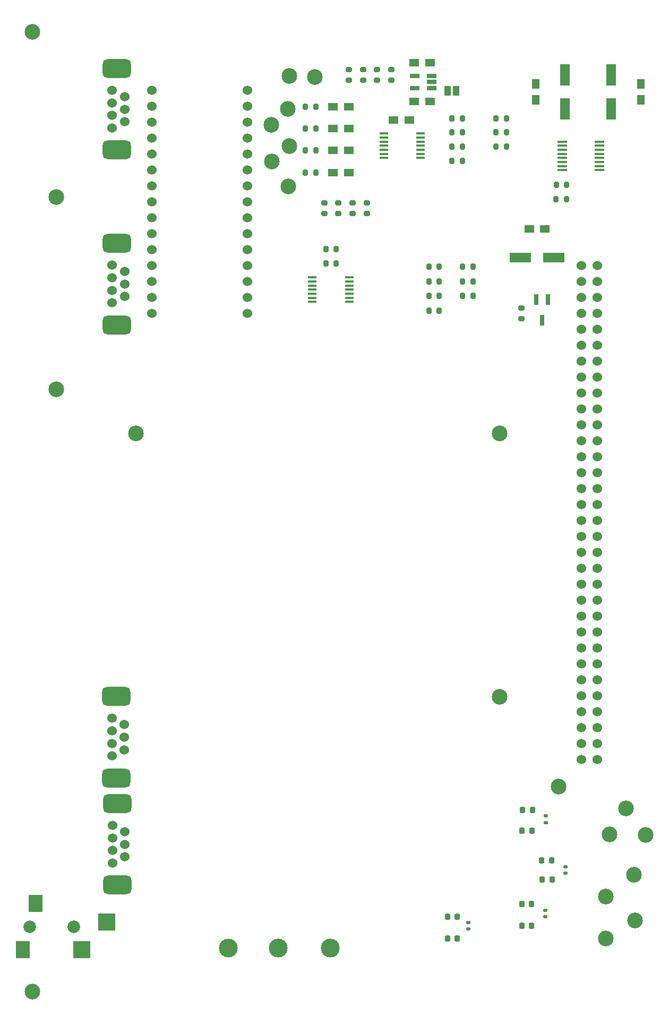
<source format=gbr>
%TF.GenerationSoftware,KiCad,Pcbnew,(6.0.6)*%
%TF.CreationDate,2023-01-12T23:41:02-06:00*%
%TF.ProjectId,bkm-129x-simple,626b6d2d-3132-4397-982d-73696d706c65,rev?*%
%TF.SameCoordinates,Original*%
%TF.FileFunction,Soldermask,Top*%
%TF.FilePolarity,Negative*%
%FSLAX46Y46*%
G04 Gerber Fmt 4.6, Leading zero omitted, Abs format (unit mm)*
G04 Created by KiCad (PCBNEW (6.0.6)) date 2023-01-12 23:41:02*
%MOMM*%
%LPD*%
G01*
G04 APERTURE LIST*
G04 Aperture macros list*
%AMRoundRect*
0 Rectangle with rounded corners*
0 $1 Rounding radius*
0 $2 $3 $4 $5 $6 $7 $8 $9 X,Y pos of 4 corners*
0 Add a 4 corners polygon primitive as box body*
4,1,4,$2,$3,$4,$5,$6,$7,$8,$9,$2,$3,0*
0 Add four circle primitives for the rounded corners*
1,1,$1+$1,$2,$3*
1,1,$1+$1,$4,$5*
1,1,$1+$1,$6,$7*
1,1,$1+$1,$8,$9*
0 Add four rect primitives between the rounded corners*
20,1,$1+$1,$2,$3,$4,$5,0*
20,1,$1+$1,$4,$5,$6,$7,0*
20,1,$1+$1,$6,$7,$8,$9,0*
20,1,$1+$1,$8,$9,$2,$3,0*%
G04 Aperture macros list end*
%ADD10R,1.000000X1.500000*%
%ADD11R,1.500000X1.250000*%
%ADD12R,1.250000X1.500000*%
%ADD13R,1.600000X3.500000*%
%ADD14RoundRect,0.200000X0.200000X0.275000X-0.200000X0.275000X-0.200000X-0.275000X0.200000X-0.275000X0*%
%ADD15RoundRect,0.200000X-0.275000X0.200000X-0.275000X-0.200000X0.275000X-0.200000X0.275000X0.200000X0*%
%ADD16RoundRect,0.200000X-0.200000X-0.275000X0.200000X-0.275000X0.200000X0.275000X-0.200000X0.275000X0*%
%ADD17R,1.500000X0.450000*%
%ADD18C,1.524000*%
%ADD19R,1.450000X0.450000*%
%ADD20R,1.560000X0.650000*%
%ADD21R,3.500000X1.600000*%
%ADD22RoundRect,0.135000X0.185000X-0.135000X0.185000X0.135000X-0.185000X0.135000X-0.185000X-0.135000X0*%
%ADD23C,2.500000*%
%ADD24RoundRect,0.750000X-1.500000X0.750000X-1.500000X-0.750000X1.500000X-0.750000X1.500000X0.750000X0*%
%ADD25RoundRect,0.218750X0.218750X0.256250X-0.218750X0.256250X-0.218750X-0.256250X0.218750X-0.256250X0*%
%ADD26C,3.000000*%
%ADD27C,2.000000*%
%ADD28R,2.200000X2.800000*%
%ADD29R,2.800000X2.800000*%
%ADD30R,0.800000X1.800000*%
G04 APERTURE END LIST*
D10*
%TO.C,J1*%
X136250000Y-39400000D03*
X137550000Y-39400000D03*
%TD*%
D11*
%TO.C,C1*%
X120465100Y-41910600D03*
X117965100Y-41910600D03*
%TD*%
%TO.C,C2*%
X120465100Y-45403100D03*
X117965100Y-45403100D03*
%TD*%
%TO.C,C3*%
X120465100Y-48895600D03*
X117965100Y-48895600D03*
%TD*%
%TO.C,C4*%
X120465100Y-52388100D03*
X117965100Y-52388100D03*
%TD*%
%TO.C,C5*%
X130130000Y-44030000D03*
X127630000Y-44030000D03*
%TD*%
D12*
%TO.C,C6*%
X150321000Y-40792000D03*
X150321000Y-38292000D03*
%TD*%
D13*
%TO.C,C7*%
X154956500Y-42242000D03*
X154956500Y-36842000D03*
%TD*%
%TO.C,C8*%
X162322500Y-36842000D03*
X162322500Y-42242000D03*
%TD*%
D12*
%TO.C,C9*%
X167021500Y-40792000D03*
X167021500Y-38292000D03*
%TD*%
D14*
%TO.C,R1*%
X155195000Y-56680000D03*
X153545000Y-56680000D03*
%TD*%
D15*
%TO.C,R2*%
X120472400Y-36005600D03*
X120472400Y-37655600D03*
%TD*%
%TO.C,R3*%
X122733000Y-36005600D03*
X122733000Y-37655600D03*
%TD*%
%TO.C,R4*%
X124993600Y-36005600D03*
X124993600Y-37655600D03*
%TD*%
%TO.C,R5*%
X127254200Y-36005600D03*
X127254200Y-37655600D03*
%TD*%
D14*
%TO.C,R6*%
X138594800Y-43739400D03*
X136944800Y-43739400D03*
%TD*%
%TO.C,R7*%
X138595000Y-46000000D03*
X136945000Y-46000000D03*
%TD*%
%TO.C,R8*%
X138594800Y-48260600D03*
X136944800Y-48260600D03*
%TD*%
%TO.C,R9*%
X138594800Y-50521200D03*
X136944800Y-50521200D03*
%TD*%
%TO.C,R10*%
X115214100Y-52388100D03*
X113564100Y-52388100D03*
%TD*%
%TO.C,R11*%
X115214100Y-48895600D03*
X113564100Y-48895600D03*
%TD*%
%TO.C,R12*%
X115214100Y-45403100D03*
X113564100Y-45403100D03*
%TD*%
%TO.C,R13*%
X115214100Y-41910600D03*
X113564100Y-41910600D03*
%TD*%
D15*
%TO.C,R14*%
X116560800Y-57265400D03*
X116560800Y-58915400D03*
%TD*%
%TO.C,R15*%
X118821400Y-57265400D03*
X118821400Y-58915400D03*
%TD*%
%TO.C,R16*%
X121082000Y-57265400D03*
X121082000Y-58915400D03*
%TD*%
%TO.C,R17*%
X123342600Y-57265400D03*
X123342600Y-58915400D03*
%TD*%
D16*
%TO.C,R18*%
X153565000Y-54350000D03*
X155215000Y-54350000D03*
%TD*%
%TO.C,R20*%
X138626000Y-67397000D03*
X140276000Y-67397000D03*
%TD*%
%TO.C,R21*%
X133241200Y-67397000D03*
X134891200Y-67397000D03*
%TD*%
D15*
%TO.C,R22*%
X148000000Y-74025000D03*
X148000000Y-75675000D03*
%TD*%
D16*
%TO.C,R23*%
X116832800Y-66889000D03*
X118482800Y-66889000D03*
%TD*%
%TO.C,R24*%
X133266600Y-74458200D03*
X134916600Y-74458200D03*
%TD*%
%TO.C,R25*%
X138626000Y-72096000D03*
X140276000Y-72096000D03*
%TD*%
%TO.C,R26*%
X133241200Y-72096000D03*
X134891200Y-72096000D03*
%TD*%
%TO.C,R27*%
X138626000Y-69759200D03*
X140276000Y-69759200D03*
%TD*%
%TO.C,R28*%
X133241200Y-69759200D03*
X134891200Y-69759200D03*
%TD*%
D17*
%TO.C,U1*%
X160420000Y-52015000D03*
X160420000Y-51365000D03*
X160420000Y-50715000D03*
X160420000Y-50065000D03*
X160420000Y-49415000D03*
X160420000Y-48765000D03*
X160420000Y-48115000D03*
X160420000Y-47465000D03*
X154520000Y-47465000D03*
X154520000Y-48115000D03*
X154520000Y-48765000D03*
X154520000Y-49415000D03*
X154520000Y-50065000D03*
X154520000Y-50715000D03*
X154520000Y-51365000D03*
X154520000Y-52015000D03*
%TD*%
D18*
%TO.C,U3*%
X104320000Y-74895000D03*
X104320000Y-72355000D03*
X104320000Y-69815000D03*
X104320000Y-67275000D03*
X104320000Y-64735000D03*
X104320000Y-62195000D03*
X104320000Y-59655000D03*
X104320000Y-57115000D03*
X104320000Y-54575000D03*
X104320000Y-52035000D03*
X104320000Y-49495000D03*
X104320000Y-46955000D03*
X104320000Y-44415000D03*
X104320000Y-41875000D03*
X104320000Y-39335000D03*
X89080000Y-39335000D03*
X89080000Y-41875000D03*
X89080000Y-44415000D03*
X89080000Y-46955000D03*
X89080000Y-49495000D03*
X89080000Y-52035000D03*
X89080000Y-54575000D03*
X89080000Y-57115000D03*
X89080000Y-59655000D03*
X89080000Y-62195000D03*
X89080000Y-64735000D03*
X89080000Y-67275000D03*
X89080000Y-69815000D03*
X89080000Y-72355000D03*
X89080000Y-74895000D03*
%TD*%
D19*
%TO.C,U2*%
X126044100Y-46183600D03*
X126044100Y-46833600D03*
X126044100Y-47483600D03*
X126044100Y-48133600D03*
X126044100Y-48783600D03*
X126044100Y-49433600D03*
X126044100Y-50083600D03*
X131944100Y-50083600D03*
X131944100Y-49433600D03*
X131944100Y-48783600D03*
X131944100Y-48133600D03*
X131944100Y-47483600D03*
X131944100Y-46833600D03*
X131944100Y-46183600D03*
%TD*%
%TO.C,U4*%
X114682400Y-69130000D03*
X114682400Y-69780000D03*
X114682400Y-70430000D03*
X114682400Y-71080000D03*
X114682400Y-71730000D03*
X114682400Y-72380000D03*
X114682400Y-73030000D03*
X120582400Y-73030000D03*
X120582400Y-72380000D03*
X120582400Y-71730000D03*
X120582400Y-71080000D03*
X120582400Y-70430000D03*
X120582400Y-69780000D03*
X120582400Y-69130000D03*
%TD*%
D11*
%TO.C,C10*%
X130931800Y-41097800D03*
X133431800Y-41097800D03*
%TD*%
%TO.C,C11*%
X133431800Y-34849400D03*
X130931800Y-34849400D03*
%TD*%
D20*
%TO.C,U5*%
X133658800Y-38923600D03*
X133658800Y-37973600D03*
X133658800Y-37023600D03*
X130958800Y-37023600D03*
X130958800Y-38923600D03*
%TD*%
D11*
%TO.C,C12*%
X149250000Y-61351800D03*
X151750000Y-61351800D03*
%TD*%
D21*
%TO.C,C13*%
X147800000Y-66000000D03*
X153200000Y-66000000D03*
%TD*%
D16*
%TO.C,R19*%
X116832800Y-64603000D03*
X118482800Y-64603000D03*
%TD*%
%TO.C,R29*%
X143947600Y-43741600D03*
X145597600Y-43741600D03*
%TD*%
%TO.C,R30*%
X143967600Y-46001600D03*
X145617600Y-46001600D03*
%TD*%
%TO.C,R31*%
X143957600Y-48261600D03*
X145607600Y-48261600D03*
%TD*%
D22*
%TO.C,R50*%
X151851250Y-171010000D03*
X151851250Y-169990000D03*
%TD*%
D18*
%TO.C,J5*%
X160135000Y-67200000D03*
X157595000Y-67200000D03*
X160135000Y-69740000D03*
X157595000Y-69740000D03*
X160135000Y-72280000D03*
X157595000Y-72280000D03*
X160135000Y-74820000D03*
X157595000Y-74820000D03*
X160135000Y-77360000D03*
X157595000Y-77360000D03*
X160135000Y-79900000D03*
X157595000Y-79900000D03*
X160135000Y-82440000D03*
X157595000Y-82440000D03*
X160135000Y-84980000D03*
X157595000Y-84980000D03*
X160135000Y-87520000D03*
X157595000Y-87520000D03*
X160135000Y-90060000D03*
X157595000Y-90060000D03*
X160135000Y-92600000D03*
X157595000Y-92600000D03*
X160135000Y-95140000D03*
X157595000Y-95140000D03*
X160135000Y-97680000D03*
X157595000Y-97680000D03*
X160135000Y-100220000D03*
X157595000Y-100220000D03*
X160135000Y-102760000D03*
X157595000Y-102760000D03*
X160135000Y-105300000D03*
X157595000Y-105300000D03*
X160135000Y-107840000D03*
X157595000Y-107840000D03*
X160135000Y-110380000D03*
X157595000Y-110380000D03*
X160135000Y-112920000D03*
X157595000Y-112920000D03*
X160135000Y-115460000D03*
X157595000Y-115460000D03*
X160135000Y-118000000D03*
X157595000Y-118000000D03*
X160135000Y-120540000D03*
X157595000Y-120540000D03*
X160135000Y-123080000D03*
X157595000Y-123080000D03*
X160135000Y-125620000D03*
X157595000Y-125620000D03*
X160135000Y-128160000D03*
X157595000Y-128160000D03*
X160135000Y-130700000D03*
X157595000Y-130700000D03*
X160135000Y-133240000D03*
X157595000Y-133240000D03*
X160135000Y-135780000D03*
X157595000Y-135780000D03*
X160135000Y-138320000D03*
X157595000Y-138320000D03*
X160135000Y-140860000D03*
X157595000Y-140860000D03*
X160135000Y-143400000D03*
X157595000Y-143400000D03*
X160135000Y-145940000D03*
X157595000Y-145940000D03*
%TD*%
D23*
%TO.C,TP16*%
X162020000Y-157930000D03*
%TD*%
D18*
%TO.C,CN2*%
X84687500Y-140410000D03*
X84787500Y-157490000D03*
X84687500Y-142410000D03*
X84787500Y-159490000D03*
X84687500Y-144410000D03*
X84787500Y-161490000D03*
X82687500Y-139410000D03*
X82787500Y-156490000D03*
X82687500Y-141410000D03*
X82787500Y-158490000D03*
X82687500Y-143410000D03*
X82787500Y-160490000D03*
X82687500Y-145410000D03*
X82787500Y-162490000D03*
D24*
X83537500Y-152990000D03*
X83437500Y-148910000D03*
X83437500Y-135910000D03*
X83537500Y-165990000D03*
%TD*%
D23*
%TO.C,TP5*%
X161460000Y-167830000D03*
%TD*%
%TO.C,REF\u002A\u002A*%
X70000000Y-183000000D03*
%TD*%
D25*
%TO.C,D2*%
X149697500Y-157290000D03*
X148122500Y-157290000D03*
%TD*%
D23*
%TO.C,REF\u002A\u002A*%
X144500000Y-136000000D03*
%TD*%
D26*
%TO.C,TP1*%
X117500000Y-176000000D03*
%TD*%
D23*
%TO.C,TP11*%
X108090000Y-44810000D03*
%TD*%
D22*
%TO.C,R51*%
X139500000Y-173010000D03*
X139500000Y-171990000D03*
%TD*%
%TO.C,R48*%
X151910000Y-156010000D03*
X151910000Y-154990000D03*
%TD*%
D23*
%TO.C,TP12*%
X115090000Y-37170000D03*
%TD*%
%TO.C,TP14*%
X111020000Y-48200000D03*
%TD*%
%TO.C,TP13*%
X110780000Y-42240000D03*
%TD*%
D26*
%TO.C,TP2*%
X101250000Y-176000000D03*
%TD*%
D23*
%TO.C,REF\u002A\u002A*%
X73800000Y-87000000D03*
%TD*%
%TO.C,TP15*%
X110850000Y-54630000D03*
%TD*%
%TO.C,TP17*%
X167780000Y-158030000D03*
%TD*%
%TO.C,*%
X153900000Y-150300000D03*
%TD*%
%TO.C,TP8*%
X164650000Y-153760000D03*
%TD*%
D25*
%TO.C,D7*%
X137787500Y-171000000D03*
X136212500Y-171000000D03*
%TD*%
D23*
%TO.C,REF\u002A\u002A*%
X144500000Y-94000000D03*
%TD*%
D25*
%TO.C,D8*%
X137787500Y-174500000D03*
X136212500Y-174500000D03*
%TD*%
D26*
%TO.C,TP3*%
X109250000Y-176000000D03*
%TD*%
D23*
%TO.C,REF\u002A\u002A*%
X86500000Y-94000000D03*
%TD*%
%TO.C,TP10*%
X110960000Y-37000000D03*
%TD*%
D25*
%TO.C,D3*%
X152787500Y-162095000D03*
X151212500Y-162095000D03*
%TD*%
D18*
%TO.C,CN1*%
X84740000Y-40300000D03*
X84740000Y-68180000D03*
X84740000Y-42300000D03*
X84740000Y-70180000D03*
X84740000Y-44300000D03*
X84740000Y-72180000D03*
X82740000Y-39300000D03*
X82740000Y-67180000D03*
X82740000Y-41300000D03*
X82740000Y-69180000D03*
X82740000Y-43300000D03*
X82740000Y-71180000D03*
X82740000Y-45300000D03*
X82740000Y-73180000D03*
D24*
X83490000Y-35800000D03*
X83490000Y-76680000D03*
X83490000Y-48800000D03*
X83490000Y-63680000D03*
%TD*%
D25*
%TO.C,D4*%
X152877500Y-165095000D03*
X151302500Y-165095000D03*
%TD*%
%TO.C,D5*%
X149638750Y-169000000D03*
X148063750Y-169000000D03*
%TD*%
D23*
%TO.C,TP6*%
X166150000Y-171630000D03*
%TD*%
%TO.C,TP9*%
X108210000Y-50630000D03*
%TD*%
%TO.C,TP7*%
X161500000Y-174500000D03*
%TD*%
D27*
%TO.C,U14*%
X76600000Y-172625000D03*
X69600000Y-172625000D03*
D28*
X68500000Y-176325000D03*
D29*
X77900000Y-176325000D03*
D28*
X70500000Y-168925000D03*
D29*
X81900000Y-171875000D03*
%TD*%
D25*
%TO.C,D1*%
X149787500Y-154000000D03*
X148212500Y-154000000D03*
%TD*%
%TO.C,D6*%
X149638750Y-172500000D03*
X148063750Y-172500000D03*
%TD*%
D22*
%TO.C,R49*%
X155000000Y-164105000D03*
X155000000Y-163085000D03*
%TD*%
D30*
%TO.C,Q1*%
X152250000Y-72660000D03*
X150350000Y-72660000D03*
X151300000Y-75960000D03*
%TD*%
D23*
%TO.C,TP4*%
X165960000Y-164320000D03*
%TD*%
%TO.C,REF\u002A\u002A*%
X73800000Y-56300000D03*
%TD*%
%TO.C,REF\u002A\u002A*%
X70000000Y-30000000D03*
%TD*%
M02*

</source>
